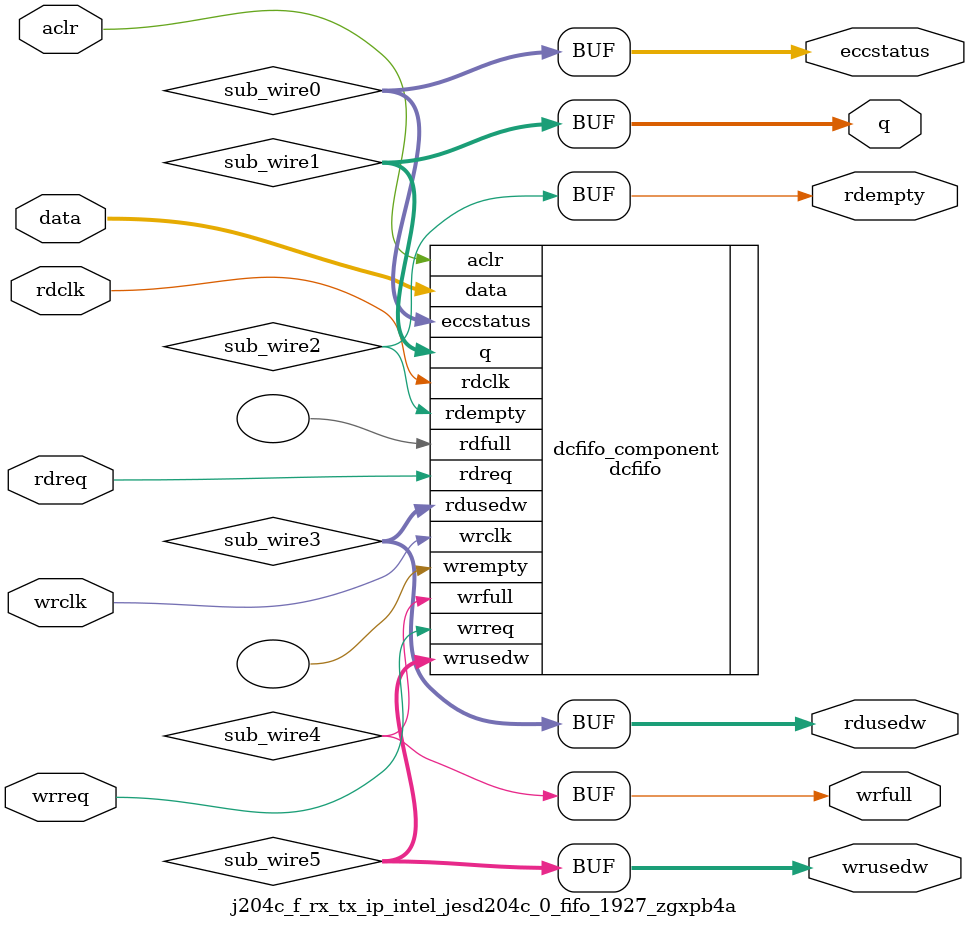
<source format=v>



`timescale 1 ps / 1 ps
// synopsys translate_on
module  j204c_f_rx_tx_ip_intel_jesd204c_0_fifo_1927_zgxpb4a  (
    aclr,
    data,
    rdclk,
    rdreq,
    wrclk,
    wrreq,
    eccstatus,
    q,
    rdempty,
    rdusedw,
    wrfull,
    wrusedw);

    input    aclr;
    input  [63:0]  data;
    input    rdclk;
    input    rdreq;
    input    wrclk;
    input    wrreq;
    output [1:0]  eccstatus;
    output [63:0]  q;
    output   rdempty;
    output [2:0]  rdusedw;
    output   wrfull;
    output [2:0]  wrusedw;
`ifndef ALTERA_RESERVED_QIS
// synopsys translate_off
`endif
    tri0     aclr;
`ifndef ALTERA_RESERVED_QIS
// synopsys translate_on
`endif

    wire [1:0] sub_wire0;
    wire [63:0] sub_wire1;
    wire  sub_wire2;
    wire [2:0] sub_wire3;
    wire  sub_wire4;
    wire [2:0] sub_wire5;
    wire [1:0] eccstatus = sub_wire0[1:0];
    wire [63:0] q = sub_wire1[63:0];
    wire  rdempty = sub_wire2;
    wire [2:0] rdusedw = sub_wire3[2:0];
    wire  wrfull = sub_wire4;
    wire [2:0] wrusedw = sub_wire5[2:0];

    dcfifo  dcfifo_component (
                .aclr (aclr),
                .data (data),
                .rdclk (rdclk),
                .rdreq (rdreq),
                .wrclk (wrclk),
                .wrreq (wrreq),
                .eccstatus (sub_wire0),
                .q (sub_wire1),
                .rdempty (sub_wire2),
                .rdusedw (sub_wire3),
                .wrfull (sub_wire4),
                .wrusedw (sub_wire5),
                .rdfull (),
                .wrempty ());
    defparam
        dcfifo_component.enable_ecc  = "TRUE",
        dcfifo_component.intended_device_family  = "Agilex 7",
        dcfifo_component.lpm_hint  = "RAM_BLOCK_TYPE=M20K,MAXIMUM_DEPTH=128,DISABLE_DCFIFO_EMBEDDED_TIMING_CONSTRAINT=TRUE",
        dcfifo_component.lpm_numwords  = 8,
        dcfifo_component.lpm_showahead  = "OFF",
        dcfifo_component.lpm_type  = "dcfifo",
        dcfifo_component.lpm_width  = 64,
        dcfifo_component.lpm_widthu  = 3,
        dcfifo_component.overflow_checking  = "ON",
        dcfifo_component.rdsync_delaypipe  = 4,
        dcfifo_component.read_aclr_synch  = "ON",
        dcfifo_component.underflow_checking  = "ON",
        dcfifo_component.use_eab  = "ON",
        dcfifo_component.write_aclr_synch  = "ON",
        dcfifo_component.wrsync_delaypipe  = 4;


endmodule



</source>
